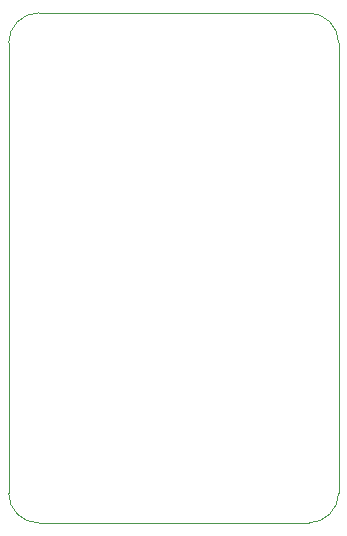
<source format=gbr>
%TF.GenerationSoftware,KiCad,Pcbnew,(5.1.6-0-10_14)*%
%TF.CreationDate,2020-10-01T20:26:03+09:00*%
%TF.ProjectId,hawk,6861776b-2e6b-4696-9361-645f70636258,rev?*%
%TF.SameCoordinates,Original*%
%TF.FileFunction,Profile,NP*%
%FSLAX46Y46*%
G04 Gerber Fmt 4.6, Leading zero omitted, Abs format (unit mm)*
G04 Created by KiCad (PCBNEW (5.1.6-0-10_14)) date 2020-10-01 20:26:03*
%MOMM*%
%LPD*%
G01*
G04 APERTURE LIST*
%TA.AperFunction,Profile*%
%ADD10C,0.050000*%
%TD*%
G04 APERTURE END LIST*
D10*
X104140000Y-127000000D02*
G75*
G02*
X101600000Y-124460000I0J2540000D01*
G01*
X101600000Y-86360000D02*
X101600000Y-124460000D01*
X101600000Y-86360000D02*
G75*
G02*
X104140000Y-83820000I2540000J0D01*
G01*
X127000000Y-83820000D02*
X104140000Y-83820000D01*
X127000000Y-83820000D02*
G75*
G02*
X129540000Y-86360000I0J-2540000D01*
G01*
X129540000Y-124460000D02*
X129540000Y-86360000D01*
X129540000Y-124460000D02*
G75*
G02*
X127000000Y-127000000I-2540000J0D01*
G01*
X104140000Y-127000000D02*
X127000000Y-127000000D01*
M02*

</source>
